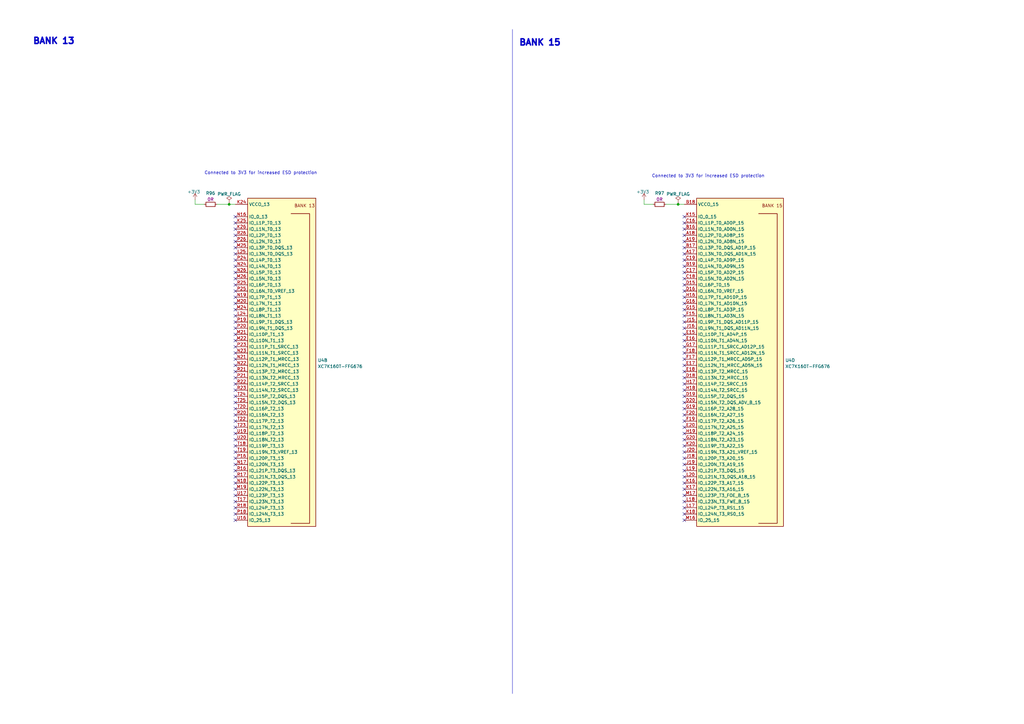
<source format=kicad_sch>
(kicad_sch (version 20230121) (generator eeschema)
  (paper "A3")
  (title_block (title "RDIMM DDR5 Tester") (date "2024-09-26") (rev "2.0.0") (comment 1 "www.antmicro.com") (comment 2 "Antmicro Ltd"))
  (junction (at 278.13 83.82))
  (junction (at 93.98 83.82))
  (no_connect (at 96.52 144.78))
  (no_connect (at 280.67 116.84))
  (no_connect (at 280.67 162.56))
  (no_connect (at 96.52 154.94))
  (no_connect (at 96.52 114.3))
  (no_connect (at 280.67 119.38))
  (no_connect (at 280.67 104.14))
  (no_connect (at 280.67 144.78))
  (no_connect (at 280.67 167.64))
  (no_connect (at 96.52 162.56))
  (no_connect (at 96.52 213.36))
  (no_connect (at 280.67 127))
  (no_connect (at 96.52 175.26))
  (no_connect (at 96.52 119.38))
  (no_connect (at 280.67 205.74))
  (no_connect (at 280.67 170.18))
  (no_connect (at 96.52 195.58))
  (no_connect (at 96.52 190.5))
  (no_connect (at 280.67 106.68))
  (no_connect (at 96.52 170.18))
  (no_connect (at 96.52 172.72))
  (no_connect (at 96.52 104.14))
  (no_connect (at 280.67 88.9))
  (no_connect (at 280.67 182.88))
  (no_connect (at 280.67 149.86))
  (no_connect (at 280.67 137.16))
  (no_connect (at 96.52 198.12))
  (no_connect (at 96.52 185.42))
  (no_connect (at 280.67 160.02))
  (no_connect (at 96.52 167.64))
  (no_connect (at 280.67 142.24))
  (no_connect (at 280.67 91.44))
  (no_connect (at 96.52 165.1))
  (no_connect (at 280.67 172.72))
  (no_connect (at 280.67 147.32))
  (no_connect (at 280.67 190.5))
  (no_connect (at 96.52 121.92))
  (no_connect (at 280.67 132.08))
  (no_connect (at 96.52 101.6))
  (no_connect (at 96.52 147.32))
  (no_connect (at 96.52 152.4))
  (no_connect (at 280.67 180.34))
  (no_connect (at 280.67 154.94))
  (no_connect (at 280.67 139.7))
  (no_connect (at 96.52 137.16))
  (no_connect (at 280.67 175.26))
  (no_connect (at 280.67 129.54))
  (no_connect (at 280.67 93.98))
  (no_connect (at 280.67 101.6))
  (no_connect (at 280.67 165.1))
  (no_connect (at 280.67 124.46))
  (no_connect (at 96.52 91.44))
  (no_connect (at 96.52 139.7))
  (no_connect (at 96.52 208.28))
  (no_connect (at 96.52 142.24))
  (no_connect (at 280.67 134.62))
  (no_connect (at 280.67 203.2))
  (no_connect (at 280.67 96.52))
  (no_connect (at 96.52 187.96))
  (no_connect (at 96.52 132.08))
  (no_connect (at 280.67 213.36))
  (no_connect (at 96.52 129.54))
  (no_connect (at 280.67 200.66))
  (no_connect (at 280.67 185.42))
  (no_connect (at 280.67 193.04))
  (no_connect (at 280.67 157.48))
  (no_connect (at 280.67 208.28))
  (no_connect (at 96.52 106.68))
  (no_connect (at 96.52 124.46))
  (no_connect (at 96.52 160.02))
  (no_connect (at 280.67 99.06))
  (no_connect (at 280.67 195.58))
  (no_connect (at 96.52 127))
  (no_connect (at 96.52 200.66))
  (no_connect (at 96.52 193.04))
  (no_connect (at 96.52 134.62))
  (no_connect (at 96.52 88.9))
  (no_connect (at 96.52 205.74))
  (no_connect (at 96.52 111.76))
  (no_connect (at 280.67 111.76))
  (no_connect (at 96.52 203.2))
  (no_connect (at 280.67 177.8))
  (no_connect (at 96.52 99.06))
  (no_connect (at 96.52 93.98))
  (no_connect (at 96.52 180.34))
  (no_connect (at 280.67 187.96))
  (no_connect (at 96.52 109.22))
  (no_connect (at 96.52 96.52))
  (no_connect (at 280.67 152.4))
  (no_connect (at 280.67 109.22))
  (no_connect (at 280.67 210.82))
  (no_connect (at 280.67 114.3))
  (no_connect (at 280.67 198.12))
  (no_connect (at 96.52 116.84))
  (no_connect (at 96.52 149.86))
  (no_connect (at 280.67 121.92))
  (no_connect (at 96.52 210.82))
  (no_connect (at 96.52 177.8))
  (no_connect (at 96.52 157.48))
  (no_connect (at 96.52 182.88))
  (wire (pts (xy 93.98 83.82) (xy 96.52 83.82)))
  (wire (pts (xy 278.13 83.185) (xy 278.13 83.82)))
  (wire (pts (xy 278.13 83.82) (xy 280.67 83.82)))
  (wire (pts (xy 93.98 83.185) (xy 93.98 83.82)))
  (wire (pts (xy 273.05 83.82) (xy 278.13 83.82)))
  (wire (pts (xy 88.9 83.82) (xy 93.98 83.82)))
  (wire (pts (xy 80.01 83.82) (xy 83.82 83.82)))
  (wire (pts (xy 264.16 81.915) (xy 264.16 83.82)))
  (polyline (pts (xy 210.185 12.065) (xy 210.185 284.48)))
  (wire (pts (xy 80.01 81.915) (xy 80.01 83.82)))
  (wire (pts (xy 264.16 83.82) (xy 267.97 83.82)))
  (text "Connected to 3V3 for increased ESD protection" (at 83.82 71.755 0) (effects (font (size 1.27 1.27)) (justify left bottom)))
  (text "BANK 13" (at 13.335 18.415 0) (effects (font (size 2.54 2.54) (thickness 0.5994) bold) (justify left bottom)))
  (text "BANK 15" (at 212.725 19.05 0) (effects (font (size 2.54 2.54) (thickness 0.5994) bold) (justify left bottom)))
  (text "Connected to 3V3 for increased ESD protection" (at 267.335 73.025 0) (effects (font (size 1.27 1.27)) (justify left bottom)))
  (symbol (lib_id "antmicroFPGAChips:XC7K160T-FFG676") (at 280.67 83.82 0) (unit 4)
    (property "Reference" "U4" (at 322.072 147.7594 0) (effects (justify left)))
    (property "Value" "XC7K160T-FFG676" (at 322.072 150.2897 0) (effects (justify left)))
    (property "Footprint" "antmicro-footprints:BGA-676_27x27mm_Layout26x26_P1x1mm_FFG676" (effects hide))
    (property "Datasheet" "https://docs.xilinx.com/v/u/en-US/ds180_7Series_Overview" (effects hide))
    (property "MPN" "XC7K160T-FFG676" (effects hide))
    (property "Author" "Antmicro" (effects hide))
    (property "License" "Apache-2.0" (effects hide))
    (property "Manufacturer" "AMD-Xilinx" (effects hide))
  )
  (symbol (lib_id "antmicroResistors0402:R_0R_0402") (at 83.82 83.82 0) (unit 1)
    (property "Reference" "R96" (at 86.36 79.246 0))
    (property "Value" "R_0R_0402" (effects hide))
    (property "Footprint" "antmicro-footprints:R_0402_1005Metric" (effects hide))
    (property "Datasheet" "https://industrial.panasonic.com/cdbs/www-data/pdf/RDA0000/AOA0000C301.pdf" (effects hide))
    (property "MPN" "ERJ2GE0R00X" (effects hide))
    (property "Manufacturer" "Panasonic" (effects hide))
    (property "License" "Apache-2.0" (effects hide))
    (property "Author" "Antmicro" (effects hide))
    (property "Val" "0R" (at 86.36 81.7697 0))
    (property "Current" "1A" (effects hide))
  )
  (symbol (lib_id "antmicropower:PWR_FLAG") (at 278.13 83.185 0) (unit 1)
    (property "Reference" "#FLG0108" (effects hide))
    (property "Value" "PWR_FLAG" (at 278.13 79.6092 0))
  )
  (symbol (lib_id "antmicropower:+3V3") (at 80.01 81.915 0) (unit 1)
    (property "Reference" "#PWR0236" (effects hide))
    (property "Value" "+3V3" (at 76.835 79.375 0) (effects (justify left bottom)))
    (property "Author" "Antmicro" (effects hide))
    (property "License" "Apache-2.0" (effects hide))
  )
  (symbol (lib_id "antmicroResistors0402:R_0R_0402") (at 267.97 83.82 0) (unit 1)
    (property "Reference" "R97" (at 270.51 79.246 0))
    (property "Value" "R_0R_0402" (effects hide))
    (property "Footprint" "antmicro-footprints:R_0402_1005Metric" (effects hide))
    (property "Datasheet" "https://industrial.panasonic.com/cdbs/www-data/pdf/RDA0000/AOA0000C301.pdf" (effects hide))
    (property "MPN" "ERJ2GE0R00X" (effects hide))
    (property "Manufacturer" "Panasonic" (effects hide))
    (property "License" "Apache-2.0" (effects hide))
    (property "Author" "Antmicro" (effects hide))
    (property "Val" "0R" (at 270.51 81.7697 0))
    (property "Current" "1A" (effects hide))
  )
  (symbol (lib_id "antmicroFPGAChips:XC7K160T-FFG676") (at 96.52 83.82 0) (unit 2)
    (property "Reference" "U4" (at 130.302 147.7594 0) (effects (justify left)))
    (property "Value" "XC7K160T-FFG676" (at 130.302 150.2897 0) (effects (justify left)))
    (property "Footprint" "antmicro-footprints:BGA-676_27x27mm_Layout26x26_P1x1mm_FFG676" (effects hide))
    (property "Datasheet" "https://docs.xilinx.com/v/u/en-US/ds180_7Series_Overview" (effects hide))
    (property "MPN" "XC7K160T-FFG676" (effects hide))
    (property "Author" "Antmicro" (effects hide))
    (property "License" "Apache-2.0" (effects hide))
    (property "Manufacturer" "AMD-Xilinx" (effects hide))
  )
  (symbol (lib_id "antmicropower:PWR_FLAG") (at 93.98 83.185 0) (unit 1)
    (property "Reference" "#FLG0109" (effects hide))
    (property "Value" "PWR_FLAG" (at 93.98 79.6092 0))
  )
  (symbol (lib_id "antmicropower:+3V3") (at 264.16 81.915 0) (unit 1)
    (property "Reference" "#PWR0238" (effects hide))
    (property "Value" "+3V3" (at 260.985 79.375 0) (effects (justify left bottom)))
    (property "Author" "Antmicro" (effects hide))
    (property "License" "Apache-2.0" (effects hide))
  )
)
</source>
